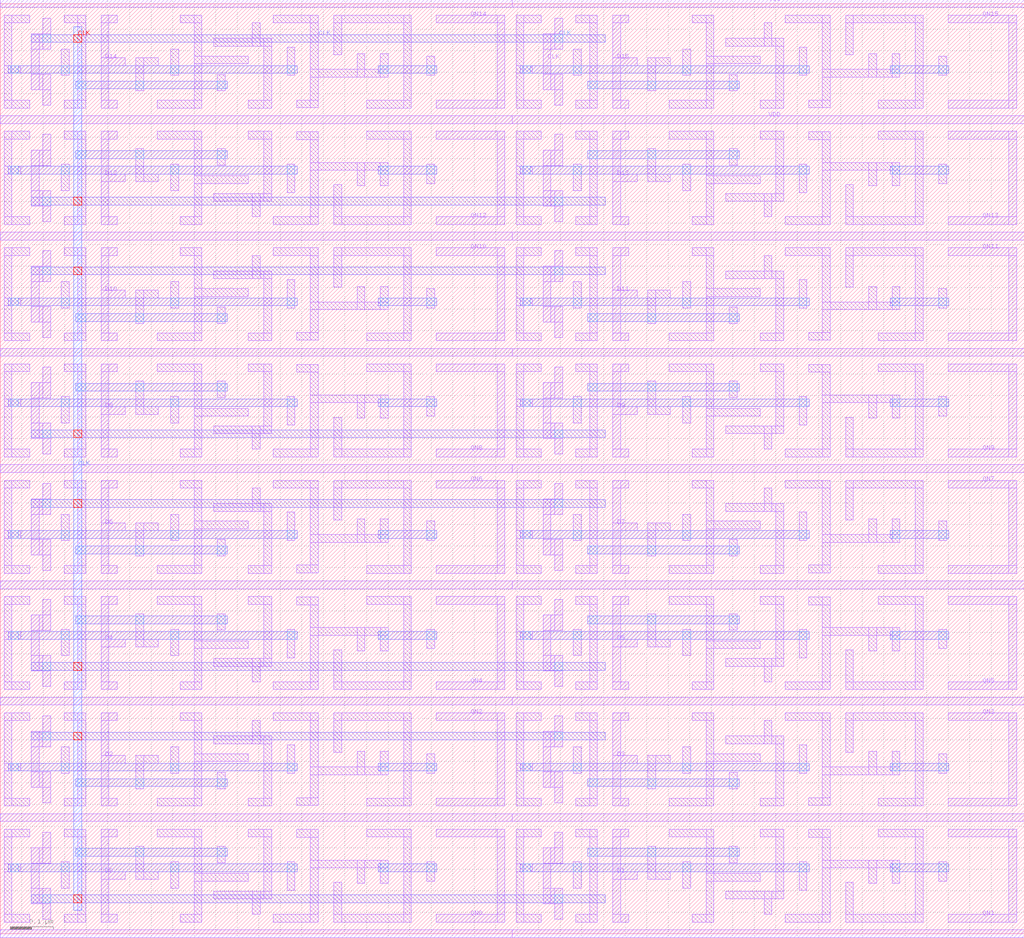
<source format=lef>
VERSION 5.8 ;
BUSBITCHARS "[]" ;
DIVIDERCHAR "/" ;
SITE asap7sc7p5t_R8
  CLASS CORE ;
  SIZE 0.054 BY 2.16 ;
  SYMMETRY Y ;
END asap7sc7p5t_R8

MACRO DFFHQNV8H2Xx3_ASAP7_75t_SL
  CLASS CORE ;
  ORIGIN 0.0 0.0 ;
  FOREIGN DFFHQNV8H2Xx3_ASAP7_75t_SL 0.0 0.0 ;
  SIZE 2.376 BY 2.16 ;
  SYMMETRY X Y ;
  SITE asap7sc7p5t_R8 ;
    PIN VDD
      USE POWER ;
      DIRECTION INOUT ;
      SHAPE ABUTMENT ;
      PORT
        LAYER M1 ;
          RECT 0.0 0.261 1.188 0.279 ;
          RECT 1.188 0.261 2.376 0.279 ;
          RECT 0.0 0.801 1.188 0.819 ;
          RECT 1.188 0.801 2.376 0.819 ;
          RECT 0.0 1.341 1.188 1.359 ;
          RECT 1.188 1.341 2.376 1.359 ;
          RECT 0.0 1.881 1.188 1.899 ;
          RECT 1.188 1.881 2.376 1.899 ;
      END
    END VDD
    PIN VSS
      USE GROUND ;
      DIRECTION INOUT ;
      SHAPE ABUTMENT ;
      PORT
        LAYER M1 ;
          RECT 0.0 -0.009 1.188 0.009 ;
          RECT 1.188 -0.009 2.376 0.009 ;
          RECT 0.0 0.549 1.188 0.531 ;
          RECT 1.188 0.549 2.376 0.531 ;
          RECT 0.0 1.089 1.188 1.071 ;
          RECT 1.188 1.089 2.376 1.071 ;
          RECT 0.0 1.629 1.188 1.611 ;
          RECT 1.188 1.629 2.376 1.611 ;
          RECT 0.0 2.169 1.188 2.151 ;
          RECT 1.188 2.169 2.376 2.151 ;
      END
    END VSS
    PIN CLK
      USE CLOCK ;
      DIRECTION INPUT ;
      PORT
        LAYER M1 ;
          RECT 0.099 0.164 0.117 0.236 ;
          RECT 0.072 0.07 0.117 0.106 ;
          RECT 0.099 0.034 0.117 0.106 ;
          RECT 0.072 0.164 0.117 0.2 ;
          RECT 0.072 0.07 0.09 0.2 ;
          RECT 1.287 0.164 1.305 0.236 ;
          RECT 1.26 0.07 1.305 0.106 ;
          RECT 1.287 0.034 1.305 0.106 ;
          RECT 1.26 0.164 1.305 0.2 ;
          RECT 1.26 0.07 1.278 0.2 ;
          RECT 0.099 0.376 0.117 0.304 ;
          RECT 0.072 0.47 0.117 0.434 ;
          RECT 0.099 0.506 0.117 0.434 ;
          RECT 0.072 0.376 0.117 0.34 ;
          RECT 0.072 0.47 0.09 0.34 ;
          RECT 1.287 0.376 1.305 0.304 ;
          RECT 1.26 0.47 1.305 0.434 ;
          RECT 1.287 0.506 1.305 0.434 ;
          RECT 1.26 0.376 1.305 0.34 ;
          RECT 1.26 0.47 1.278 0.34 ;
          RECT 0.099 0.704 0.117 0.776 ;
          RECT 0.072 0.61 0.117 0.646 ;
          RECT 0.099 0.574 0.117 0.646 ;
          RECT 0.072 0.704 0.117 0.74 ;
          RECT 0.072 0.61 0.09 0.74 ;
          RECT 1.287 0.704 1.305 0.776 ;
          RECT 1.26 0.61 1.305 0.646 ;
          RECT 1.287 0.574 1.305 0.646 ;
          RECT 1.26 0.704 1.305 0.74 ;
          RECT 1.26 0.61 1.278 0.74 ;
          RECT 0.099 0.916 0.117 0.844 ;
          RECT 0.072 1.01 0.117 0.974 ;
          RECT 0.099 1.046 0.117 0.974 ;
          RECT 0.072 0.916 0.117 0.88 ;
          RECT 0.072 1.01 0.09 0.88 ;
          RECT 1.287 0.916 1.305 0.844 ;
          RECT 1.26 1.01 1.305 0.974 ;
          RECT 1.287 1.046 1.305 0.974 ;
          RECT 1.26 0.916 1.305 0.88 ;
          RECT 1.26 1.01 1.278 0.88 ;
          RECT 0.099 1.244 0.117 1.316 ;
          RECT 0.072 1.15 0.117 1.186 ;
          RECT 0.099 1.114 0.117 1.186 ;
          RECT 0.072 1.244 0.117 1.28 ;
          RECT 0.072 1.15 0.09 1.28 ;
          RECT 1.287 1.244 1.305 1.316 ;
          RECT 1.26 1.15 1.305 1.186 ;
          RECT 1.287 1.114 1.305 1.186 ;
          RECT 1.26 1.244 1.305 1.28 ;
          RECT 1.26 1.15 1.278 1.28 ;
          RECT 0.099 1.456 0.117 1.384 ;
          RECT 0.072 1.55 0.117 1.514 ;
          RECT 0.099 1.586 0.117 1.514 ;
          RECT 0.072 1.456 0.117 1.42 ;
          RECT 0.072 1.55 0.09 1.42 ;
          RECT 1.287 1.456 1.305 1.384 ;
          RECT 1.26 1.55 1.305 1.514 ;
          RECT 1.287 1.586 1.305 1.514 ;
          RECT 1.26 1.456 1.305 1.42 ;
          RECT 1.26 1.55 1.278 1.42 ;
          RECT 0.099 1.784 0.117 1.856 ;
          RECT 0.072 1.69 0.117 1.726 ;
          RECT 0.099 1.654 0.117 1.726 ;
          RECT 0.072 1.784 0.117 1.82 ;
          RECT 0.072 1.69 0.09 1.82 ;
          RECT 1.287 1.784 1.305 1.856 ;
          RECT 1.26 1.69 1.305 1.726 ;
          RECT 1.287 1.654 1.305 1.726 ;
          RECT 1.26 1.784 1.305 1.82 ;
          RECT 1.26 1.69 1.278 1.82 ;
          RECT 0.099 1.996 0.117 1.924 ;
          RECT 0.072 2.09 0.117 2.054 ;
          RECT 0.099 2.126 0.117 2.054 ;
          RECT 0.072 1.996 0.117 1.96 ;
          RECT 0.072 2.09 0.09 1.96 ;
          RECT 1.287 1.996 1.305 1.924 ;
          RECT 1.26 2.09 1.305 2.054 ;
          RECT 1.287 2.126 1.305 2.054 ;
          RECT 1.26 1.996 1.305 1.96 ;
          RECT 1.26 2.09 1.278 1.96 ;
        LAYER M2 ;
          RECT 0.072 0.072 1.404 0.09 ;
          RECT 0.072 0.45 1.404 0.468 ;
          RECT 0.072 0.612 1.404 0.63 ;
          RECT 0.072 0.99 1.404 1.008 ;
          RECT 0.072 1.152 1.404 1.17 ;
          RECT 0.072 1.53 1.404 1.548 ;
          RECT 0.072 1.692 1.404 1.71 ;
          RECT 0.072 2.07 1.404 2.088 ;
        LAYER V1 ;
          RECT 0.099 0.072 0.117 0.09 ;
          RECT 1.287 0.072 1.305 0.09 ;
          RECT 0.099 0.45 0.117 0.468 ;
          RECT 1.287 0.45 1.305 0.468 ;
          RECT 0.099 0.612 0.117 0.63 ;
          RECT 1.287 0.612 1.305 0.63 ;
          RECT 0.099 0.99 0.117 1.008 ;
          RECT 1.287 0.99 1.305 1.008 ;
          RECT 0.099 1.152 0.117 1.17 ;
          RECT 1.287 1.152 1.305 1.17 ;
          RECT 0.099 1.53 0.117 1.548 ;
          RECT 1.287 1.53 1.305 1.548 ;
          RECT 0.099 1.692 0.117 1.71 ;
          RECT 1.287 1.692 1.305 1.71 ;
          RECT 0.099 2.07 0.117 2.088 ;
          RECT 1.287 2.07 1.305 2.088 ;
        LAYER M3 ;
          RECT 0.171 0.054 0.189 2.106 ;
        LAYER V2 ;
          RECT 0.171 0.072 0.189 0.09 ;
          RECT 0.171 0.45 0.189 0.468 ;
          RECT 0.171 0.612 0.189 0.63 ;
          RECT 0.171 0.99 0.189 1.008 ;
          RECT 0.171 1.152 0.189 1.17 ;
          RECT 0.171 1.53 0.189 1.548 ;
          RECT 0.171 1.692 0.189 1.71 ;
          RECT 0.171 2.07 0.189 2.088 ;
      END
    END CLK
    PIN D0
      USE SIGNAL ;
      DIRECTION INPUT ;
      PORT
        LAYER M1 ;
          RECT 0.234 0.126 0.29 0.144 ;
          RECT 0.234 0.225 0.271 0.243 ;
          RECT 0.234 0.027 0.271 0.045 ;
          RECT 0.234 0.027 0.252 0.243 ;
      END
    END D0
    PIN QN0
      USE SIGNAL ;
      DIRECTION OUTPUT ;
      PORT
        LAYER M1 ;
          RECT 1.012 0.225 1.171 0.243 ;
          RECT 1.153 0.027 1.171 0.243 ;
          RECT 1.012 0.027 1.171 0.045 ;
      END
    END QN0
    PIN D1
      USE SIGNAL ;
      DIRECTION INPUT ;
      PORT
        LAYER M1 ;
          RECT 1.422 0.126 1.478 0.144 ;
          RECT 1.422 0.225 1.459 0.243 ;
          RECT 1.422 0.027 1.459 0.045 ;
          RECT 1.422 0.027 1.44 0.243 ;
      END
    END D1
    PIN QN1
      USE SIGNAL ;
      DIRECTION OUTPUT ;
      PORT
        LAYER M1 ;
          RECT 2.2 0.225 2.359 0.243 ;
          RECT 2.341 0.027 2.359 0.243 ;
          RECT 2.2 0.027 2.359 0.045 ;
      END
    END QN1
    PIN D2
      USE SIGNAL ;
      DIRECTION INPUT ;
      PORT
        LAYER M1 ;
          RECT 0.234 0.414 0.29 0.396 ;
          RECT 0.234 0.315 0.271 0.297 ;
          RECT 0.234 0.513 0.271 0.495 ;
          RECT 0.234 0.513 0.252 0.297 ;
      END
    END D2
    PIN QN2
      USE SIGNAL ;
      DIRECTION OUTPUT ;
      PORT
        LAYER M1 ;
          RECT 1.012 0.315 1.171 0.297 ;
          RECT 1.153 0.513 1.171 0.297 ;
          RECT 1.012 0.513 1.171 0.495 ;
      END
    END QN2
    PIN D3
      USE SIGNAL ;
      DIRECTION INPUT ;
      PORT
        LAYER M1 ;
          RECT 1.422 0.414 1.478 0.396 ;
          RECT 1.422 0.315 1.459 0.297 ;
          RECT 1.422 0.513 1.459 0.495 ;
          RECT 1.422 0.513 1.44 0.297 ;
      END
    END D3
    PIN QN3
      USE SIGNAL ;
      DIRECTION OUTPUT ;
      PORT
        LAYER M1 ;
          RECT 2.2 0.315 2.359 0.297 ;
          RECT 2.341 0.513 2.359 0.297 ;
          RECT 2.2 0.513 2.359 0.495 ;
      END
    END QN3
    PIN D4
      USE SIGNAL ;
      DIRECTION INPUT ;
      PORT
        LAYER M1 ;
          RECT 0.234 0.666 0.29 0.684 ;
          RECT 0.234 0.765 0.271 0.783 ;
          RECT 0.234 0.567 0.271 0.585 ;
          RECT 0.234 0.567 0.252 0.783 ;
      END
    END D4
    PIN QN4
      USE SIGNAL ;
      DIRECTION OUTPUT ;
      PORT
        LAYER M1 ;
          RECT 1.012 0.765 1.171 0.783 ;
          RECT 1.153 0.567 1.171 0.783 ;
          RECT 1.012 0.567 1.171 0.585 ;
      END
    END QN4
    PIN D5
      USE SIGNAL ;
      DIRECTION INPUT ;
      PORT
        LAYER M1 ;
          RECT 1.422 0.666 1.478 0.684 ;
          RECT 1.422 0.765 1.459 0.783 ;
          RECT 1.422 0.567 1.459 0.585 ;
          RECT 1.422 0.567 1.44 0.783 ;
      END
    END D5
    PIN QN5
      USE SIGNAL ;
      DIRECTION OUTPUT ;
      PORT
        LAYER M1 ;
          RECT 2.2 0.765 2.359 0.783 ;
          RECT 2.341 0.567 2.359 0.783 ;
          RECT 2.2 0.567 2.359 0.585 ;
      END
    END QN5
    PIN D6
      USE SIGNAL ;
      DIRECTION INPUT ;
      PORT
        LAYER M1 ;
          RECT 0.234 0.954 0.29 0.936 ;
          RECT 0.234 0.855 0.271 0.837 ;
          RECT 0.234 1.053 0.271 1.035 ;
          RECT 0.234 1.053 0.252 0.837 ;
      END
    END D6
    PIN QN6
      USE SIGNAL ;
      DIRECTION OUTPUT ;
      PORT
        LAYER M1 ;
          RECT 1.012 0.855 1.171 0.837 ;
          RECT 1.153 1.053 1.171 0.837 ;
          RECT 1.012 1.053 1.171 1.035 ;
      END
    END QN6
    PIN D7
      USE SIGNAL ;
      DIRECTION INPUT ;
      PORT
        LAYER M1 ;
          RECT 1.422 0.954 1.478 0.936 ;
          RECT 1.422 0.855 1.459 0.837 ;
          RECT 1.422 1.053 1.459 1.035 ;
          RECT 1.422 1.053 1.44 0.837 ;
      END
    END D7
    PIN QN7
      USE SIGNAL ;
      DIRECTION OUTPUT ;
      PORT
        LAYER M1 ;
          RECT 2.2 0.855 2.359 0.837 ;
          RECT 2.341 1.053 2.359 0.837 ;
          RECT 2.2 1.053 2.359 1.035 ;
      END
    END QN7
    PIN D8
      USE SIGNAL ;
      DIRECTION INPUT ;
      PORT
        LAYER M1 ;
          RECT 0.234 1.206 0.29 1.224 ;
          RECT 0.234 1.305 0.271 1.323 ;
          RECT 0.234 1.107 0.271 1.125 ;
          RECT 0.234 1.107 0.252 1.323 ;
      END
    END D8
    PIN QN8
      USE SIGNAL ;
      DIRECTION OUTPUT ;
      PORT
        LAYER M1 ;
          RECT 1.012 1.305 1.171 1.323 ;
          RECT 1.153 1.107 1.171 1.323 ;
          RECT 1.012 1.107 1.171 1.125 ;
      END
    END QN8
    PIN D9
      USE SIGNAL ;
      DIRECTION INPUT ;
      PORT
        LAYER M1 ;
          RECT 1.422 1.206 1.478 1.224 ;
          RECT 1.422 1.305 1.459 1.323 ;
          RECT 1.422 1.107 1.459 1.125 ;
          RECT 1.422 1.107 1.44 1.323 ;
      END
    END D9
    PIN QN9
      USE SIGNAL ;
      DIRECTION OUTPUT ;
      PORT
        LAYER M1 ;
          RECT 2.2 1.305 2.359 1.323 ;
          RECT 2.341 1.107 2.359 1.323 ;
          RECT 2.2 1.107 2.359 1.125 ;
      END
    END QN9
    PIN D10
      USE SIGNAL ;
      DIRECTION INPUT ;
      PORT
        LAYER M1 ;
          RECT 0.234 1.494 0.29 1.476 ;
          RECT 0.234 1.395 0.271 1.377 ;
          RECT 0.234 1.593 0.271 1.575 ;
          RECT 0.234 1.593 0.252 1.377 ;
      END
    END D10
    PIN QN10
      USE SIGNAL ;
      DIRECTION OUTPUT ;
      PORT
        LAYER M1 ;
          RECT 1.012 1.395 1.171 1.377 ;
          RECT 1.153 1.593 1.171 1.377 ;
          RECT 1.012 1.593 1.171 1.575 ;
      END
    END QN10
    PIN D11
      USE SIGNAL ;
      DIRECTION INPUT ;
      PORT
        LAYER M1 ;
          RECT 1.422 1.494 1.478 1.476 ;
          RECT 1.422 1.395 1.459 1.377 ;
          RECT 1.422 1.593 1.459 1.575 ;
          RECT 1.422 1.593 1.44 1.377 ;
      END
    END D11
    PIN QN11
      USE SIGNAL ;
      DIRECTION OUTPUT ;
      PORT
        LAYER M1 ;
          RECT 2.2 1.395 2.359 1.377 ;
          RECT 2.341 1.593 2.359 1.377 ;
          RECT 2.2 1.593 2.359 1.575 ;
      END
    END QN11
    PIN D12
      USE SIGNAL ;
      DIRECTION INPUT ;
      PORT
        LAYER M1 ;
          RECT 0.234 1.746 0.29 1.764 ;
          RECT 0.234 1.845 0.271 1.863 ;
          RECT 0.234 1.647 0.271 1.665 ;
          RECT 0.234 1.647 0.252 1.863 ;
      END
    END D12
    PIN QN12
      USE SIGNAL ;
      DIRECTION OUTPUT ;
      PORT
        LAYER M1 ;
          RECT 1.012 1.845 1.171 1.863 ;
          RECT 1.153 1.647 1.171 1.863 ;
          RECT 1.012 1.647 1.171 1.665 ;
      END
    END QN12
    PIN D13
      USE SIGNAL ;
      DIRECTION INPUT ;
      PORT
        LAYER M1 ;
          RECT 1.422 1.746 1.478 1.764 ;
          RECT 1.422 1.845 1.459 1.863 ;
          RECT 1.422 1.647 1.459 1.665 ;
          RECT 1.422 1.647 1.44 1.863 ;
      END
    END D13
    PIN QN13
      USE SIGNAL ;
      DIRECTION OUTPUT ;
      PORT
        LAYER M1 ;
          RECT 2.2 1.845 2.359 1.863 ;
          RECT 2.341 1.647 2.359 1.863 ;
          RECT 2.2 1.647 2.359 1.665 ;
      END
    END QN13
    PIN D14
      USE SIGNAL ;
      DIRECTION INPUT ;
      PORT
        LAYER M1 ;
          RECT 0.234 2.034 0.29 2.016 ;
          RECT 0.234 1.935 0.271 1.917 ;
          RECT 0.234 2.133 0.271 2.115 ;
          RECT 0.234 2.133 0.252 1.917 ;
      END
    END D14
    PIN QN14
      USE SIGNAL ;
      DIRECTION OUTPUT ;
      PORT
        LAYER M1 ;
          RECT 1.012 1.935 1.171 1.917 ;
          RECT 1.153 2.133 1.171 1.917 ;
          RECT 1.012 2.133 1.171 2.115 ;
      END
    END QN14
    PIN D15
      USE SIGNAL ;
      DIRECTION INPUT ;
      PORT
        LAYER M1 ;
          RECT 1.422 2.034 1.478 2.016 ;
          RECT 1.422 1.935 1.459 1.917 ;
          RECT 1.422 2.133 1.459 2.115 ;
          RECT 1.422 2.133 1.44 1.917 ;
      END
    END D15
    PIN QN15
      USE SIGNAL ;
      DIRECTION OUTPUT ;
      PORT
        LAYER M1 ;
          RECT 2.2 1.935 2.359 1.917 ;
          RECT 2.341 2.133 2.359 1.917 ;
          RECT 2.2 2.133 2.359 2.115 ;
      END
    END QN15
    OBS
      LAYER M1 ;
        RECT 0.85 0.225 0.954 0.243 ;
        RECT 0.936 0.027 0.954 0.243 ;
        RECT 0.774 0.027 0.792 0.119 ;
        RECT 0.774 0.027 0.954 0.045 ;
        RECT 0.688 0.224 0.738 0.242 ;
        RECT 0.72 0.027 0.738 0.242 ;
        RECT 0.72 0.153 0.9 0.171 ;
        RECT 0.882 0.117 0.9 0.171 ;
        RECT 0.828 0.117 0.846 0.171 ;
        RECT 0.634 0.027 0.738 0.045 ;
        RECT 0.576 0.225 0.63 0.243 ;
        RECT 0.612 0.081 0.63 0.243 ;
        RECT 0.496 0.081 0.63 0.099 ;
        RECT 0.585 0.045 0.603 0.099 ;
        RECT 0.364 0.225 0.468 0.243 ;
        RECT 0.45 0.027 0.468 0.243 ;
        RECT 0.45 0.122 0.576 0.14 ;
        RECT 0.418 0.027 0.468 0.045 ;
        RECT 0.315 0.126 0.333 0.203 ;
        RECT 0.315 0.126 0.367 0.144 ;
        RECT 0.148 0.225 0.198 0.243 ;
        RECT 0.18 0.027 0.198 0.243 ;
        RECT 0.148 0.027 0.198 0.045 ;
        RECT 0.009 0.225 0.068 0.243 ;
        RECT 0.009 0.027 0.027 0.243 ;
        RECT 0.009 0.144 0.047 0.162 ;
        RECT 0.009 0.027 0.068 0.045 ;
        RECT 0.99 0.122 1.008 0.167 ;
        RECT 0.666 0.101 0.684 0.167 ;
        RECT 0.504 0.165 0.522 0.203 ;
        RECT 0.396 0.106 0.414 0.167 ;
        RECT 0.142 0.106 0.16 0.167 ;
        RECT 2.038 0.225 2.142 0.243 ;
        RECT 2.124 0.027 2.142 0.243 ;
        RECT 1.962 0.027 1.98 0.119 ;
        RECT 1.962 0.027 2.142 0.045 ;
        RECT 1.876 0.224 1.926 0.242 ;
        RECT 1.908 0.027 1.926 0.242 ;
        RECT 1.908 0.153 2.088 0.171 ;
        RECT 2.07 0.117 2.088 0.171 ;
        RECT 2.016 0.117 2.034 0.171 ;
        RECT 1.822 0.027 1.926 0.045 ;
        RECT 1.764 0.225 1.818 0.243 ;
        RECT 1.8 0.081 1.818 0.243 ;
        RECT 1.684 0.081 1.818 0.099 ;
        RECT 1.773 0.045 1.791 0.099 ;
        RECT 1.552 0.225 1.656 0.243 ;
        RECT 1.638 0.027 1.656 0.243 ;
        RECT 1.638 0.122 1.764 0.14 ;
        RECT 1.606 0.027 1.656 0.045 ;
        RECT 1.503 0.126 1.521 0.203 ;
        RECT 1.503 0.126 1.555 0.144 ;
        RECT 1.336 0.225 1.386 0.243 ;
        RECT 1.368 0.027 1.386 0.243 ;
        RECT 1.336 0.027 1.386 0.045 ;
        RECT 1.197 0.225 1.256 0.243 ;
        RECT 1.197 0.027 1.215 0.243 ;
        RECT 1.197 0.144 1.235 0.162 ;
        RECT 1.197 0.027 1.256 0.045 ;
        RECT 2.178 0.122 2.196 0.167 ;
        RECT 1.854 0.101 1.872 0.167 ;
        RECT 1.692 0.165 1.71 0.203 ;
        RECT 1.584 0.106 1.602 0.167 ;
        RECT 1.33 0.106 1.348 0.167 ;
        RECT 0.85 0.315 0.954 0.297 ;
        RECT 0.936 0.513 0.954 0.297 ;
        RECT 0.774 0.513 0.792 0.421 ;
        RECT 0.774 0.513 0.954 0.495 ;
        RECT 0.688 0.316 0.738 0.298 ;
        RECT 0.72 0.513 0.738 0.298 ;
        RECT 0.72 0.387 0.9 0.369 ;
        RECT 0.882 0.423 0.9 0.369 ;
        RECT 0.828 0.423 0.846 0.369 ;
        RECT 0.634 0.513 0.738 0.495 ;
        RECT 0.576 0.315 0.63 0.297 ;
        RECT 0.612 0.459 0.63 0.297 ;
        RECT 0.496 0.459 0.63 0.441 ;
        RECT 0.585 0.495 0.603 0.441 ;
        RECT 0.364 0.315 0.468 0.297 ;
        RECT 0.45 0.513 0.468 0.297 ;
        RECT 0.45 0.418 0.576 0.4 ;
        RECT 0.418 0.513 0.468 0.495 ;
        RECT 0.315 0.414 0.333 0.337 ;
        RECT 0.315 0.414 0.367 0.396 ;
        RECT 0.148 0.315 0.198 0.297 ;
        RECT 0.18 0.513 0.198 0.297 ;
        RECT 0.148 0.513 0.198 0.495 ;
        RECT 0.009 0.315 0.068 0.297 ;
        RECT 0.009 0.513 0.027 0.297 ;
        RECT 0.009 0.396 0.047 0.378 ;
        RECT 0.009 0.513 0.068 0.495 ;
        RECT 0.99 0.418 1.008 0.373 ;
        RECT 0.666 0.439 0.684 0.373 ;
        RECT 0.504 0.375 0.522 0.337 ;
        RECT 0.396 0.434 0.414 0.373 ;
        RECT 0.142 0.434 0.16 0.373 ;
        RECT 2.038 0.315 2.142 0.297 ;
        RECT 2.124 0.513 2.142 0.297 ;
        RECT 1.962 0.513 1.98 0.421 ;
        RECT 1.962 0.513 2.142 0.495 ;
        RECT 1.876 0.316 1.926 0.298 ;
        RECT 1.908 0.513 1.926 0.298 ;
        RECT 1.908 0.387 2.088 0.369 ;
        RECT 2.07 0.423 2.088 0.369 ;
        RECT 2.016 0.423 2.034 0.369 ;
        RECT 1.822 0.513 1.926 0.495 ;
        RECT 1.764 0.315 1.818 0.297 ;
        RECT 1.8 0.459 1.818 0.297 ;
        RECT 1.684 0.459 1.818 0.441 ;
        RECT 1.773 0.495 1.791 0.441 ;
        RECT 1.552 0.315 1.656 0.297 ;
        RECT 1.638 0.513 1.656 0.297 ;
        RECT 1.638 0.418 1.764 0.4 ;
        RECT 1.606 0.513 1.656 0.495 ;
        RECT 1.503 0.414 1.521 0.337 ;
        RECT 1.503 0.414 1.555 0.396 ;
        RECT 1.336 0.315 1.386 0.297 ;
        RECT 1.368 0.513 1.386 0.297 ;
        RECT 1.336 0.513 1.386 0.495 ;
        RECT 1.197 0.315 1.256 0.297 ;
        RECT 1.197 0.513 1.215 0.297 ;
        RECT 1.197 0.396 1.235 0.378 ;
        RECT 1.197 0.513 1.256 0.495 ;
        RECT 2.178 0.418 2.196 0.373 ;
        RECT 1.854 0.439 1.872 0.373 ;
        RECT 1.692 0.375 1.71 0.337 ;
        RECT 1.584 0.434 1.602 0.373 ;
        RECT 1.33 0.434 1.348 0.373 ;
        RECT 0.85 0.765 0.954 0.783 ;
        RECT 0.936 0.567 0.954 0.783 ;
        RECT 0.774 0.567 0.792 0.659 ;
        RECT 0.774 0.567 0.954 0.585 ;
        RECT 0.688 0.764 0.738 0.782 ;
        RECT 0.72 0.567 0.738 0.782 ;
        RECT 0.72 0.693 0.9 0.711 ;
        RECT 0.882 0.657 0.9 0.711 ;
        RECT 0.828 0.657 0.846 0.711 ;
        RECT 0.634 0.567 0.738 0.585 ;
        RECT 0.576 0.765 0.63 0.783 ;
        RECT 0.612 0.621 0.63 0.783 ;
        RECT 0.496 0.621 0.63 0.639 ;
        RECT 0.585 0.585 0.603 0.639 ;
        RECT 0.364 0.765 0.468 0.783 ;
        RECT 0.45 0.567 0.468 0.783 ;
        RECT 0.45 0.662 0.576 0.68 ;
        RECT 0.418 0.567 0.468 0.585 ;
        RECT 0.315 0.666 0.333 0.743 ;
        RECT 0.315 0.666 0.367 0.684 ;
        RECT 0.148 0.765 0.198 0.783 ;
        RECT 0.18 0.567 0.198 0.783 ;
        RECT 0.148 0.567 0.198 0.585 ;
        RECT 0.009 0.765 0.068 0.783 ;
        RECT 0.009 0.567 0.027 0.783 ;
        RECT 0.009 0.684 0.047 0.702 ;
        RECT 0.009 0.567 0.068 0.585 ;
        RECT 0.99 0.662 1.008 0.707 ;
        RECT 0.666 0.641 0.684 0.707 ;
        RECT 0.504 0.705 0.522 0.743 ;
        RECT 0.396 0.646 0.414 0.707 ;
        RECT 0.142 0.646 0.16 0.707 ;
        RECT 2.038 0.765 2.142 0.783 ;
        RECT 2.124 0.567 2.142 0.783 ;
        RECT 1.962 0.567 1.98 0.659 ;
        RECT 1.962 0.567 2.142 0.585 ;
        RECT 1.876 0.764 1.926 0.782 ;
        RECT 1.908 0.567 1.926 0.782 ;
        RECT 1.908 0.693 2.088 0.711 ;
        RECT 2.07 0.657 2.088 0.711 ;
        RECT 2.016 0.657 2.034 0.711 ;
        RECT 1.822 0.567 1.926 0.585 ;
        RECT 1.764 0.765 1.818 0.783 ;
        RECT 1.8 0.621 1.818 0.783 ;
        RECT 1.684 0.621 1.818 0.639 ;
        RECT 1.773 0.585 1.791 0.639 ;
        RECT 1.552 0.765 1.656 0.783 ;
        RECT 1.638 0.567 1.656 0.783 ;
        RECT 1.638 0.662 1.764 0.68 ;
        RECT 1.606 0.567 1.656 0.585 ;
        RECT 1.503 0.666 1.521 0.743 ;
        RECT 1.503 0.666 1.555 0.684 ;
        RECT 1.336 0.765 1.386 0.783 ;
        RECT 1.368 0.567 1.386 0.783 ;
        RECT 1.336 0.567 1.386 0.585 ;
        RECT 1.197 0.765 1.256 0.783 ;
        RECT 1.197 0.567 1.215 0.783 ;
        RECT 1.197 0.684 1.235 0.702 ;
        RECT 1.197 0.567 1.256 0.585 ;
        RECT 2.178 0.662 2.196 0.707 ;
        RECT 1.854 0.641 1.872 0.707 ;
        RECT 1.692 0.705 1.71 0.743 ;
        RECT 1.584 0.646 1.602 0.707 ;
        RECT 1.33 0.646 1.348 0.707 ;
        RECT 0.85 0.855 0.954 0.837 ;
        RECT 0.936 1.053 0.954 0.837 ;
        RECT 0.774 1.053 0.792 0.961 ;
        RECT 0.774 1.053 0.954 1.035 ;
        RECT 0.688 0.856 0.738 0.838 ;
        RECT 0.72 1.053 0.738 0.838 ;
        RECT 0.72 0.927 0.9 0.909 ;
        RECT 0.882 0.963 0.9 0.909 ;
        RECT 0.828 0.963 0.846 0.909 ;
        RECT 0.634 1.053 0.738 1.035 ;
        RECT 0.576 0.855 0.63 0.837 ;
        RECT 0.612 0.999 0.63 0.837 ;
        RECT 0.496 0.999 0.63 0.981 ;
        RECT 0.585 1.035 0.603 0.981 ;
        RECT 0.364 0.855 0.468 0.837 ;
        RECT 0.45 1.053 0.468 0.837 ;
        RECT 0.45 0.958 0.576 0.94 ;
        RECT 0.418 1.053 0.468 1.035 ;
        RECT 0.315 0.954 0.333 0.877 ;
        RECT 0.315 0.954 0.367 0.936 ;
        RECT 0.148 0.855 0.198 0.837 ;
        RECT 0.18 1.053 0.198 0.837 ;
        RECT 0.148 1.053 0.198 1.035 ;
        RECT 0.009 0.855 0.068 0.837 ;
        RECT 0.009 1.053 0.027 0.837 ;
        RECT 0.009 0.936 0.047 0.918 ;
        RECT 0.009 1.053 0.068 1.035 ;
        RECT 0.99 0.958 1.008 0.913 ;
        RECT 0.666 0.979 0.684 0.913 ;
        RECT 0.504 0.915 0.522 0.877 ;
        RECT 0.396 0.974 0.414 0.913 ;
        RECT 0.142 0.974 0.16 0.913 ;
        RECT 2.038 0.855 2.142 0.837 ;
        RECT 2.124 1.053 2.142 0.837 ;
        RECT 1.962 1.053 1.98 0.961 ;
        RECT 1.962 1.053 2.142 1.035 ;
        RECT 1.876 0.856 1.926 0.838 ;
        RECT 1.908 1.053 1.926 0.838 ;
        RECT 1.908 0.927 2.088 0.909 ;
        RECT 2.07 0.963 2.088 0.909 ;
        RECT 2.016 0.963 2.034 0.909 ;
        RECT 1.822 1.053 1.926 1.035 ;
        RECT 1.764 0.855 1.818 0.837 ;
        RECT 1.8 0.999 1.818 0.837 ;
        RECT 1.684 0.999 1.818 0.981 ;
        RECT 1.773 1.035 1.791 0.981 ;
        RECT 1.552 0.855 1.656 0.837 ;
        RECT 1.638 1.053 1.656 0.837 ;
        RECT 1.638 0.958 1.764 0.94 ;
        RECT 1.606 1.053 1.656 1.035 ;
        RECT 1.503 0.954 1.521 0.877 ;
        RECT 1.503 0.954 1.555 0.936 ;
        RECT 1.336 0.855 1.386 0.837 ;
        RECT 1.368 1.053 1.386 0.837 ;
        RECT 1.336 1.053 1.386 1.035 ;
        RECT 1.197 0.855 1.256 0.837 ;
        RECT 1.197 1.053 1.215 0.837 ;
        RECT 1.197 0.936 1.235 0.918 ;
        RECT 1.197 1.053 1.256 1.035 ;
        RECT 2.178 0.958 2.196 0.913 ;
        RECT 1.854 0.979 1.872 0.913 ;
        RECT 1.692 0.915 1.71 0.877 ;
        RECT 1.584 0.974 1.602 0.913 ;
        RECT 1.33 0.974 1.348 0.913 ;
        RECT 0.85 1.305 0.954 1.323 ;
        RECT 0.936 1.107 0.954 1.323 ;
        RECT 0.774 1.107 0.792 1.199 ;
        RECT 0.774 1.107 0.954 1.125 ;
        RECT 0.688 1.304 0.738 1.322 ;
        RECT 0.72 1.107 0.738 1.322 ;
        RECT 0.72 1.233 0.9 1.251 ;
        RECT 0.882 1.197 0.9 1.251 ;
        RECT 0.828 1.197 0.846 1.251 ;
        RECT 0.634 1.107 0.738 1.125 ;
        RECT 0.576 1.305 0.63 1.323 ;
        RECT 0.612 1.161 0.63 1.323 ;
        RECT 0.496 1.161 0.63 1.179 ;
        RECT 0.585 1.125 0.603 1.179 ;
        RECT 0.364 1.305 0.468 1.323 ;
        RECT 0.45 1.107 0.468 1.323 ;
        RECT 0.45 1.202 0.576 1.22 ;
        RECT 0.418 1.107 0.468 1.125 ;
        RECT 0.315 1.206 0.333 1.283 ;
        RECT 0.315 1.206 0.367 1.224 ;
        RECT 0.148 1.305 0.198 1.323 ;
        RECT 0.18 1.107 0.198 1.323 ;
        RECT 0.148 1.107 0.198 1.125 ;
        RECT 0.009 1.305 0.068 1.323 ;
        RECT 0.009 1.107 0.027 1.323 ;
        RECT 0.009 1.224 0.047 1.242 ;
        RECT 0.009 1.107 0.068 1.125 ;
        RECT 0.99 1.202 1.008 1.247 ;
        RECT 0.666 1.181 0.684 1.247 ;
        RECT 0.504 1.245 0.522 1.283 ;
        RECT 0.396 1.186 0.414 1.247 ;
        RECT 0.142 1.186 0.16 1.247 ;
        RECT 2.038 1.305 2.142 1.323 ;
        RECT 2.124 1.107 2.142 1.323 ;
        RECT 1.962 1.107 1.98 1.199 ;
        RECT 1.962 1.107 2.142 1.125 ;
        RECT 1.876 1.304 1.926 1.322 ;
        RECT 1.908 1.107 1.926 1.322 ;
        RECT 1.908 1.233 2.088 1.251 ;
        RECT 2.07 1.197 2.088 1.251 ;
        RECT 2.016 1.197 2.034 1.251 ;
        RECT 1.822 1.107 1.926 1.125 ;
        RECT 1.764 1.305 1.818 1.323 ;
        RECT 1.8 1.161 1.818 1.323 ;
        RECT 1.684 1.161 1.818 1.179 ;
        RECT 1.773 1.125 1.791 1.179 ;
        RECT 1.552 1.305 1.656 1.323 ;
        RECT 1.638 1.107 1.656 1.323 ;
        RECT 1.638 1.202 1.764 1.22 ;
        RECT 1.606 1.107 1.656 1.125 ;
        RECT 1.503 1.206 1.521 1.283 ;
        RECT 1.503 1.206 1.555 1.224 ;
        RECT 1.336 1.305 1.386 1.323 ;
        RECT 1.368 1.107 1.386 1.323 ;
        RECT 1.336 1.107 1.386 1.125 ;
        RECT 1.197 1.305 1.256 1.323 ;
        RECT 1.197 1.107 1.215 1.323 ;
        RECT 1.197 1.224 1.235 1.242 ;
        RECT 1.197 1.107 1.256 1.125 ;
        RECT 2.178 1.202 2.196 1.247 ;
        RECT 1.854 1.181 1.872 1.247 ;
        RECT 1.692 1.245 1.71 1.283 ;
        RECT 1.584 1.186 1.602 1.247 ;
        RECT 1.33 1.186 1.348 1.247 ;
        RECT 0.85 1.395 0.954 1.377 ;
        RECT 0.936 1.593 0.954 1.377 ;
        RECT 0.774 1.593 0.792 1.501 ;
        RECT 0.774 1.593 0.954 1.575 ;
        RECT 0.688 1.396 0.738 1.378 ;
        RECT 0.72 1.593 0.738 1.378 ;
        RECT 0.72 1.467 0.9 1.449 ;
        RECT 0.882 1.503 0.9 1.449 ;
        RECT 0.828 1.503 0.846 1.449 ;
        RECT 0.634 1.593 0.738 1.575 ;
        RECT 0.576 1.395 0.63 1.377 ;
        RECT 0.612 1.539 0.63 1.377 ;
        RECT 0.496 1.539 0.63 1.521 ;
        RECT 0.585 1.575 0.603 1.521 ;
        RECT 0.364 1.395 0.468 1.377 ;
        RECT 0.45 1.593 0.468 1.377 ;
        RECT 0.45 1.498 0.576 1.48 ;
        RECT 0.418 1.593 0.468 1.575 ;
        RECT 0.315 1.494 0.333 1.417 ;
        RECT 0.315 1.494 0.367 1.476 ;
        RECT 0.148 1.395 0.198 1.377 ;
        RECT 0.18 1.593 0.198 1.377 ;
        RECT 0.148 1.593 0.198 1.575 ;
        RECT 0.009 1.395 0.068 1.377 ;
        RECT 0.009 1.593 0.027 1.377 ;
        RECT 0.009 1.476 0.047 1.458 ;
        RECT 0.009 1.593 0.068 1.575 ;
        RECT 0.99 1.498 1.008 1.453 ;
        RECT 0.666 1.519 0.684 1.453 ;
        RECT 0.504 1.455 0.522 1.417 ;
        RECT 0.396 1.514 0.414 1.453 ;
        RECT 0.142 1.514 0.16 1.453 ;
        RECT 2.038 1.395 2.142 1.377 ;
        RECT 2.124 1.593 2.142 1.377 ;
        RECT 1.962 1.593 1.98 1.501 ;
        RECT 1.962 1.593 2.142 1.575 ;
        RECT 1.876 1.396 1.926 1.378 ;
        RECT 1.908 1.593 1.926 1.378 ;
        RECT 1.908 1.467 2.088 1.449 ;
        RECT 2.07 1.503 2.088 1.449 ;
        RECT 2.016 1.503 2.034 1.449 ;
        RECT 1.822 1.593 1.926 1.575 ;
        RECT 1.764 1.395 1.818 1.377 ;
        RECT 1.8 1.539 1.818 1.377 ;
        RECT 1.684 1.539 1.818 1.521 ;
        RECT 1.773 1.575 1.791 1.521 ;
        RECT 1.552 1.395 1.656 1.377 ;
        RECT 1.638 1.593 1.656 1.377 ;
        RECT 1.638 1.498 1.764 1.48 ;
        RECT 1.606 1.593 1.656 1.575 ;
        RECT 1.503 1.494 1.521 1.417 ;
        RECT 1.503 1.494 1.555 1.476 ;
        RECT 1.336 1.395 1.386 1.377 ;
        RECT 1.368 1.593 1.386 1.377 ;
        RECT 1.336 1.593 1.386 1.575 ;
        RECT 1.197 1.395 1.256 1.377 ;
        RECT 1.197 1.593 1.215 1.377 ;
        RECT 1.197 1.476 1.235 1.458 ;
        RECT 1.197 1.593 1.256 1.575 ;
        RECT 2.178 1.498 2.196 1.453 ;
        RECT 1.854 1.519 1.872 1.453 ;
        RECT 1.692 1.455 1.71 1.417 ;
        RECT 1.584 1.514 1.602 1.453 ;
        RECT 1.33 1.514 1.348 1.453 ;
        RECT 0.85 1.845 0.954 1.863 ;
        RECT 0.936 1.647 0.954 1.863 ;
        RECT 0.774 1.647 0.792 1.739 ;
        RECT 0.774 1.647 0.954 1.665 ;
        RECT 0.688 1.844 0.738 1.862 ;
        RECT 0.72 1.647 0.738 1.862 ;
        RECT 0.72 1.773 0.9 1.791 ;
        RECT 0.882 1.737 0.9 1.791 ;
        RECT 0.828 1.737 0.846 1.791 ;
        RECT 0.634 1.647 0.738 1.665 ;
        RECT 0.576 1.845 0.63 1.863 ;
        RECT 0.612 1.701 0.63 1.863 ;
        RECT 0.496 1.701 0.63 1.719 ;
        RECT 0.585 1.665 0.603 1.719 ;
        RECT 0.364 1.845 0.468 1.863 ;
        RECT 0.45 1.647 0.468 1.863 ;
        RECT 0.45 1.742 0.576 1.76 ;
        RECT 0.418 1.647 0.468 1.665 ;
        RECT 0.315 1.746 0.333 1.823 ;
        RECT 0.315 1.746 0.367 1.764 ;
        RECT 0.148 1.845 0.198 1.863 ;
        RECT 0.18 1.647 0.198 1.863 ;
        RECT 0.148 1.647 0.198 1.665 ;
        RECT 0.009 1.845 0.068 1.863 ;
        RECT 0.009 1.647 0.027 1.863 ;
        RECT 0.009 1.764 0.047 1.782 ;
        RECT 0.009 1.647 0.068 1.665 ;
        RECT 0.99 1.742 1.008 1.787 ;
        RECT 0.666 1.721 0.684 1.787 ;
        RECT 0.504 1.785 0.522 1.823 ;
        RECT 0.396 1.726 0.414 1.787 ;
        RECT 0.142 1.726 0.16 1.787 ;
        RECT 2.038 1.845 2.142 1.863 ;
        RECT 2.124 1.647 2.142 1.863 ;
        RECT 1.962 1.647 1.98 1.739 ;
        RECT 1.962 1.647 2.142 1.665 ;
        RECT 1.876 1.844 1.926 1.862 ;
        RECT 1.908 1.647 1.926 1.862 ;
        RECT 1.908 1.773 2.088 1.791 ;
        RECT 2.07 1.737 2.088 1.791 ;
        RECT 2.016 1.737 2.034 1.791 ;
        RECT 1.822 1.647 1.926 1.665 ;
        RECT 1.764 1.845 1.818 1.863 ;
        RECT 1.8 1.701 1.818 1.863 ;
        RECT 1.684 1.701 1.818 1.719 ;
        RECT 1.773 1.665 1.791 1.719 ;
        RECT 1.552 1.845 1.656 1.863 ;
        RECT 1.638 1.647 1.656 1.863 ;
        RECT 1.638 1.742 1.764 1.76 ;
        RECT 1.606 1.647 1.656 1.665 ;
        RECT 1.503 1.746 1.521 1.823 ;
        RECT 1.503 1.746 1.555 1.764 ;
        RECT 1.336 1.845 1.386 1.863 ;
        RECT 1.368 1.647 1.386 1.863 ;
        RECT 1.336 1.647 1.386 1.665 ;
        RECT 1.197 1.845 1.256 1.863 ;
        RECT 1.197 1.647 1.215 1.863 ;
        RECT 1.197 1.764 1.235 1.782 ;
        RECT 1.197 1.647 1.256 1.665 ;
        RECT 2.178 1.742 2.196 1.787 ;
        RECT 1.854 1.721 1.872 1.787 ;
        RECT 1.692 1.785 1.71 1.823 ;
        RECT 1.584 1.726 1.602 1.787 ;
        RECT 1.33 1.726 1.348 1.787 ;
        RECT 0.85 1.935 0.954 1.917 ;
        RECT 0.936 2.133 0.954 1.917 ;
        RECT 0.774 2.133 0.792 2.041 ;
        RECT 0.774 2.133 0.954 2.115 ;
        RECT 0.688 1.936 0.738 1.918 ;
        RECT 0.72 2.133 0.738 1.918 ;
        RECT 0.72 2.007 0.9 1.989 ;
        RECT 0.882 2.043 0.9 1.989 ;
        RECT 0.828 2.043 0.846 1.989 ;
        RECT 0.634 2.133 0.738 2.115 ;
        RECT 0.576 1.935 0.63 1.917 ;
        RECT 0.612 2.079 0.63 1.917 ;
        RECT 0.496 2.079 0.63 2.061 ;
        RECT 0.585 2.115 0.603 2.061 ;
        RECT 0.364 1.935 0.468 1.917 ;
        RECT 0.45 2.133 0.468 1.917 ;
        RECT 0.45 2.038 0.576 2.02 ;
        RECT 0.418 2.133 0.468 2.115 ;
        RECT 0.315 2.034 0.333 1.957 ;
        RECT 0.315 2.034 0.367 2.016 ;
        RECT 0.148 1.935 0.198 1.917 ;
        RECT 0.18 2.133 0.198 1.917 ;
        RECT 0.148 2.133 0.198 2.115 ;
        RECT 0.009 1.935 0.068 1.917 ;
        RECT 0.009 2.133 0.027 1.917 ;
        RECT 0.009 2.016 0.047 1.998 ;
        RECT 0.009 2.133 0.068 2.115 ;
        RECT 0.99 2.038 1.008 1.993 ;
        RECT 0.666 2.059 0.684 1.993 ;
        RECT 0.504 1.995 0.522 1.957 ;
        RECT 0.396 2.054 0.414 1.993 ;
        RECT 0.142 2.054 0.16 1.993 ;
        RECT 2.038 1.935 2.142 1.917 ;
        RECT 2.124 2.133 2.142 1.917 ;
        RECT 1.962 2.133 1.98 2.041 ;
        RECT 1.962 2.133 2.142 2.115 ;
        RECT 1.876 1.936 1.926 1.918 ;
        RECT 1.908 2.133 1.926 1.918 ;
        RECT 1.908 2.007 2.088 1.989 ;
        RECT 2.07 2.043 2.088 1.989 ;
        RECT 2.016 2.043 2.034 1.989 ;
        RECT 1.822 2.133 1.926 2.115 ;
        RECT 1.764 1.935 1.818 1.917 ;
        RECT 1.8 2.079 1.818 1.917 ;
        RECT 1.684 2.079 1.818 2.061 ;
        RECT 1.773 2.115 1.791 2.061 ;
        RECT 1.552 1.935 1.656 1.917 ;
        RECT 1.638 2.133 1.656 1.917 ;
        RECT 1.638 2.038 1.764 2.02 ;
        RECT 1.606 2.133 1.656 2.115 ;
        RECT 1.503 2.034 1.521 1.957 ;
        RECT 1.503 2.034 1.555 2.016 ;
        RECT 1.336 1.935 1.386 1.917 ;
        RECT 1.368 2.133 1.386 1.917 ;
        RECT 1.336 2.133 1.386 2.115 ;
        RECT 1.197 1.935 1.256 1.917 ;
        RECT 1.197 2.133 1.215 1.917 ;
        RECT 1.197 2.016 1.235 1.998 ;
        RECT 1.197 2.133 1.256 2.115 ;
        RECT 2.178 2.038 2.196 1.993 ;
        RECT 1.854 2.059 1.872 1.993 ;
        RECT 1.692 1.995 1.71 1.957 ;
        RECT 1.584 2.054 1.602 1.993 ;
        RECT 1.33 2.054 1.348 1.993 ;
      LAYER M2 ;
        RECT 0.877 0.144 1.013 0.162 ;
        RECT 0.019 0.144 0.689 0.162 ;
        RECT 0.175 0.18 0.527 0.198 ;
        RECT 2.065 0.144 2.201 0.162 ;
        RECT 1.207 0.144 1.877 0.162 ;
        RECT 1.363 0.18 1.715 0.198 ;
        RECT 0.877 0.396 1.013 0.378 ;
        RECT 0.019 0.396 0.689 0.378 ;
        RECT 0.175 0.36 0.527 0.342 ;
        RECT 2.065 0.396 2.201 0.378 ;
        RECT 1.207 0.396 1.877 0.378 ;
        RECT 1.363 0.36 1.715 0.342 ;
        RECT 0.877 0.684 1.013 0.702 ;
        RECT 0.019 0.684 0.689 0.702 ;
        RECT 0.175 0.72 0.527 0.738 ;
        RECT 2.065 0.684 2.201 0.702 ;
        RECT 1.207 0.684 1.877 0.702 ;
        RECT 1.363 0.72 1.715 0.738 ;
        RECT 0.877 0.936 1.013 0.918 ;
        RECT 0.019 0.936 0.689 0.918 ;
        RECT 0.175 0.9 0.527 0.882 ;
        RECT 2.065 0.936 2.201 0.918 ;
        RECT 1.207 0.936 1.877 0.918 ;
        RECT 1.363 0.9 1.715 0.882 ;
        RECT 0.877 1.224 1.013 1.242 ;
        RECT 0.019 1.224 0.689 1.242 ;
        RECT 0.175 1.26 0.527 1.278 ;
        RECT 2.065 1.224 2.201 1.242 ;
        RECT 1.207 1.224 1.877 1.242 ;
        RECT 1.363 1.26 1.715 1.278 ;
        RECT 0.877 1.476 1.013 1.458 ;
        RECT 0.019 1.476 0.689 1.458 ;
        RECT 0.175 1.44 0.527 1.422 ;
        RECT 2.065 1.476 2.201 1.458 ;
        RECT 1.207 1.476 1.877 1.458 ;
        RECT 1.363 1.44 1.715 1.422 ;
        RECT 0.877 1.764 1.013 1.782 ;
        RECT 0.019 1.764 0.689 1.782 ;
        RECT 0.175 1.8 0.527 1.818 ;
        RECT 2.065 1.764 2.201 1.782 ;
        RECT 1.207 1.764 1.877 1.782 ;
        RECT 1.363 1.8 1.715 1.818 ;
        RECT 0.877 2.016 1.013 1.998 ;
        RECT 0.019 2.016 0.689 1.998 ;
        RECT 0.175 1.98 0.527 1.962 ;
        RECT 2.065 2.016 2.201 1.998 ;
        RECT 1.207 2.016 1.877 1.998 ;
        RECT 1.363 1.98 1.715 1.962 ;
      LAYER V1 ;
        RECT 0.99 0.144 1.008 0.162 ;
        RECT 0.882 0.144 0.9 0.162 ;
        RECT 0.666 0.144 0.684 0.162 ;
        RECT 0.504 0.18 0.522 0.198 ;
        RECT 0.396 0.144 0.414 0.162 ;
        RECT 0.315 0.18 0.333 0.198 ;
        RECT 0.18 0.18 0.198 0.198 ;
        RECT 0.142 0.144 0.16 0.162 ;
        RECT 0.024 0.144 0.042 0.162 ;
        RECT 2.178 0.144 2.196 0.162 ;
        RECT 2.07 0.144 2.088 0.162 ;
        RECT 1.854 0.144 1.872 0.162 ;
        RECT 1.692 0.18 1.71 0.198 ;
        RECT 1.584 0.144 1.602 0.162 ;
        RECT 1.503 0.18 1.521 0.198 ;
        RECT 1.368 0.18 1.386 0.198 ;
        RECT 1.33 0.144 1.348 0.162 ;
        RECT 1.212 0.144 1.23 0.162 ;
        RECT 0.99 0.396 1.008 0.378 ;
        RECT 0.882 0.396 0.9 0.378 ;
        RECT 0.666 0.396 0.684 0.378 ;
        RECT 0.504 0.36 0.522 0.342 ;
        RECT 0.396 0.396 0.414 0.378 ;
        RECT 0.315 0.36 0.333 0.342 ;
        RECT 0.18 0.36 0.198 0.342 ;
        RECT 0.142 0.396 0.16 0.378 ;
        RECT 0.024 0.396 0.042 0.378 ;
        RECT 2.178 0.396 2.196 0.378 ;
        RECT 2.07 0.396 2.088 0.378 ;
        RECT 1.854 0.396 1.872 0.378 ;
        RECT 1.692 0.36 1.71 0.342 ;
        RECT 1.584 0.396 1.602 0.378 ;
        RECT 1.503 0.36 1.521 0.342 ;
        RECT 1.368 0.36 1.386 0.342 ;
        RECT 1.33 0.396 1.348 0.378 ;
        RECT 1.212 0.396 1.23 0.378 ;
        RECT 0.99 0.684 1.008 0.702 ;
        RECT 0.882 0.684 0.9 0.702 ;
        RECT 0.666 0.684 0.684 0.702 ;
        RECT 0.504 0.72 0.522 0.738 ;
        RECT 0.396 0.684 0.414 0.702 ;
        RECT 0.315 0.72 0.333 0.738 ;
        RECT 0.18 0.72 0.198 0.738 ;
        RECT 0.142 0.684 0.16 0.702 ;
        RECT 0.024 0.684 0.042 0.702 ;
        RECT 2.178 0.684 2.196 0.702 ;
        RECT 2.07 0.684 2.088 0.702 ;
        RECT 1.854 0.684 1.872 0.702 ;
        RECT 1.692 0.72 1.71 0.738 ;
        RECT 1.584 0.684 1.602 0.702 ;
        RECT 1.503 0.72 1.521 0.738 ;
        RECT 1.368 0.72 1.386 0.738 ;
        RECT 1.33 0.684 1.348 0.702 ;
        RECT 1.212 0.684 1.23 0.702 ;
        RECT 0.99 0.936 1.008 0.918 ;
        RECT 0.882 0.936 0.9 0.918 ;
        RECT 0.666 0.936 0.684 0.918 ;
        RECT 0.504 0.9 0.522 0.882 ;
        RECT 0.396 0.936 0.414 0.918 ;
        RECT 0.315 0.9 0.333 0.882 ;
        RECT 0.18 0.9 0.198 0.882 ;
        RECT 0.142 0.936 0.16 0.918 ;
        RECT 0.024 0.936 0.042 0.918 ;
        RECT 2.178 0.936 2.196 0.918 ;
        RECT 2.07 0.936 2.088 0.918 ;
        RECT 1.854 0.936 1.872 0.918 ;
        RECT 1.692 0.9 1.71 0.882 ;
        RECT 1.584 0.936 1.602 0.918 ;
        RECT 1.503 0.9 1.521 0.882 ;
        RECT 1.368 0.9 1.386 0.882 ;
        RECT 1.33 0.936 1.348 0.918 ;
        RECT 1.212 0.936 1.23 0.918 ;
        RECT 0.99 1.224 1.008 1.242 ;
        RECT 0.882 1.224 0.9 1.242 ;
        RECT 0.666 1.224 0.684 1.242 ;
        RECT 0.504 1.26 0.522 1.278 ;
        RECT 0.396 1.224 0.414 1.242 ;
        RECT 0.315 1.26 0.333 1.278 ;
        RECT 0.18 1.26 0.198 1.278 ;
        RECT 0.142 1.224 0.16 1.242 ;
        RECT 0.024 1.224 0.042 1.242 ;
        RECT 2.178 1.224 2.196 1.242 ;
        RECT 2.07 1.224 2.088 1.242 ;
        RECT 1.854 1.224 1.872 1.242 ;
        RECT 1.692 1.26 1.71 1.278 ;
        RECT 1.584 1.224 1.602 1.242 ;
        RECT 1.503 1.26 1.521 1.278 ;
        RECT 1.368 1.26 1.386 1.278 ;
        RECT 1.33 1.224 1.348 1.242 ;
        RECT 1.212 1.224 1.23 1.242 ;
        RECT 0.99 1.476 1.008 1.458 ;
        RECT 0.882 1.476 0.9 1.458 ;
        RECT 0.666 1.476 0.684 1.458 ;
        RECT 0.504 1.44 0.522 1.422 ;
        RECT 0.396 1.476 0.414 1.458 ;
        RECT 0.315 1.44 0.333 1.422 ;
        RECT 0.18 1.44 0.198 1.422 ;
        RECT 0.142 1.476 0.16 1.458 ;
        RECT 0.024 1.476 0.042 1.458 ;
        RECT 2.178 1.476 2.196 1.458 ;
        RECT 2.07 1.476 2.088 1.458 ;
        RECT 1.854 1.476 1.872 1.458 ;
        RECT 1.692 1.44 1.71 1.422 ;
        RECT 1.584 1.476 1.602 1.458 ;
        RECT 1.503 1.44 1.521 1.422 ;
        RECT 1.368 1.44 1.386 1.422 ;
        RECT 1.33 1.476 1.348 1.458 ;
        RECT 1.212 1.476 1.23 1.458 ;
        RECT 0.99 1.764 1.008 1.782 ;
        RECT 0.882 1.764 0.9 1.782 ;
        RECT 0.666 1.764 0.684 1.782 ;
        RECT 0.504 1.8 0.522 1.818 ;
        RECT 0.396 1.764 0.414 1.782 ;
        RECT 0.315 1.8 0.333 1.818 ;
        RECT 0.18 1.8 0.198 1.818 ;
        RECT 0.142 1.764 0.16 1.782 ;
        RECT 0.024 1.764 0.042 1.782 ;
        RECT 2.178 1.764 2.196 1.782 ;
        RECT 2.07 1.764 2.088 1.782 ;
        RECT 1.854 1.764 1.872 1.782 ;
        RECT 1.692 1.8 1.71 1.818 ;
        RECT 1.584 1.764 1.602 1.782 ;
        RECT 1.503 1.8 1.521 1.818 ;
        RECT 1.368 1.8 1.386 1.818 ;
        RECT 1.33 1.764 1.348 1.782 ;
        RECT 1.212 1.764 1.23 1.782 ;
        RECT 0.99 2.016 1.008 1.998 ;
        RECT 0.882 2.016 0.9 1.998 ;
        RECT 0.666 2.016 0.684 1.998 ;
        RECT 0.504 1.98 0.522 1.962 ;
        RECT 0.396 2.016 0.414 1.998 ;
        RECT 0.315 1.98 0.333 1.962 ;
        RECT 0.18 1.98 0.198 1.962 ;
        RECT 0.142 2.016 0.16 1.998 ;
        RECT 0.024 2.016 0.042 1.998 ;
        RECT 2.178 2.016 2.196 1.998 ;
        RECT 2.07 2.016 2.088 1.998 ;
        RECT 1.854 2.016 1.872 1.998 ;
        RECT 1.692 1.98 1.71 1.962 ;
        RECT 1.584 2.016 1.602 1.998 ;
        RECT 1.503 1.98 1.521 1.962 ;
        RECT 1.368 1.98 1.386 1.962 ;
        RECT 1.33 2.016 1.348 1.998 ;
        RECT 1.212 2.016 1.23 1.998 ;
    END
END DFFHQNV8H2Xx3_ASAP7_75t_SL

END LIBRARY

</source>
